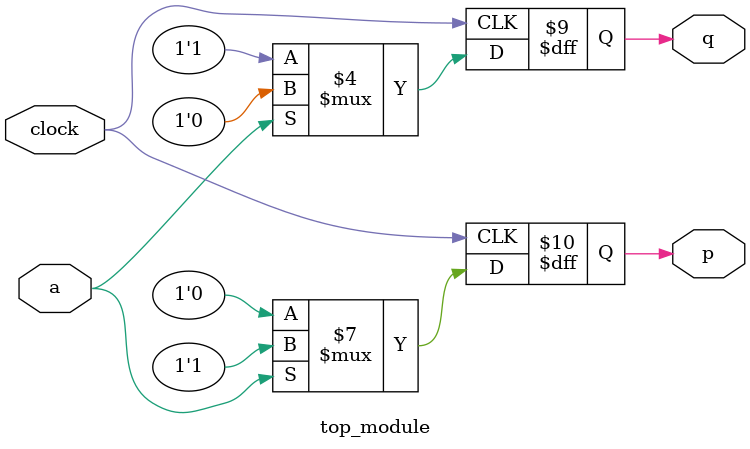
<source format=sv>
module top_module (
    input clock,
    input a, 
    output reg p,
    output reg q
);

    always @(posedge clock) begin
        // Logic for output p
        if (a)
            p <= 1;
        else
            p <= 0;
    end
    
    always @(negedge clock) begin
        // Logic for output q
        if (a)
            q <= 0;
        else
            q <= 1;
    end

endmodule

</source>
